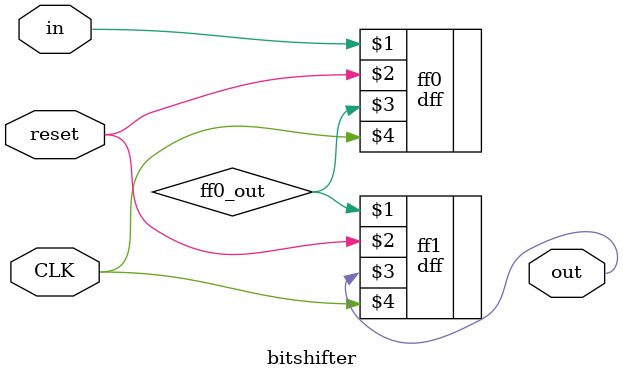
<source format=v>
`timescale 1ns / 1ps

module bitshifter(
    input CLK,
    input in,
	 input reset,
    output out
    );
	 
	 wire ff0_out;
	 
	 dff ff0(in, reset, ff0_out, CLK);
	 dff ff1(ff0_out, reset, out, CLK);
	 


endmodule

</source>
